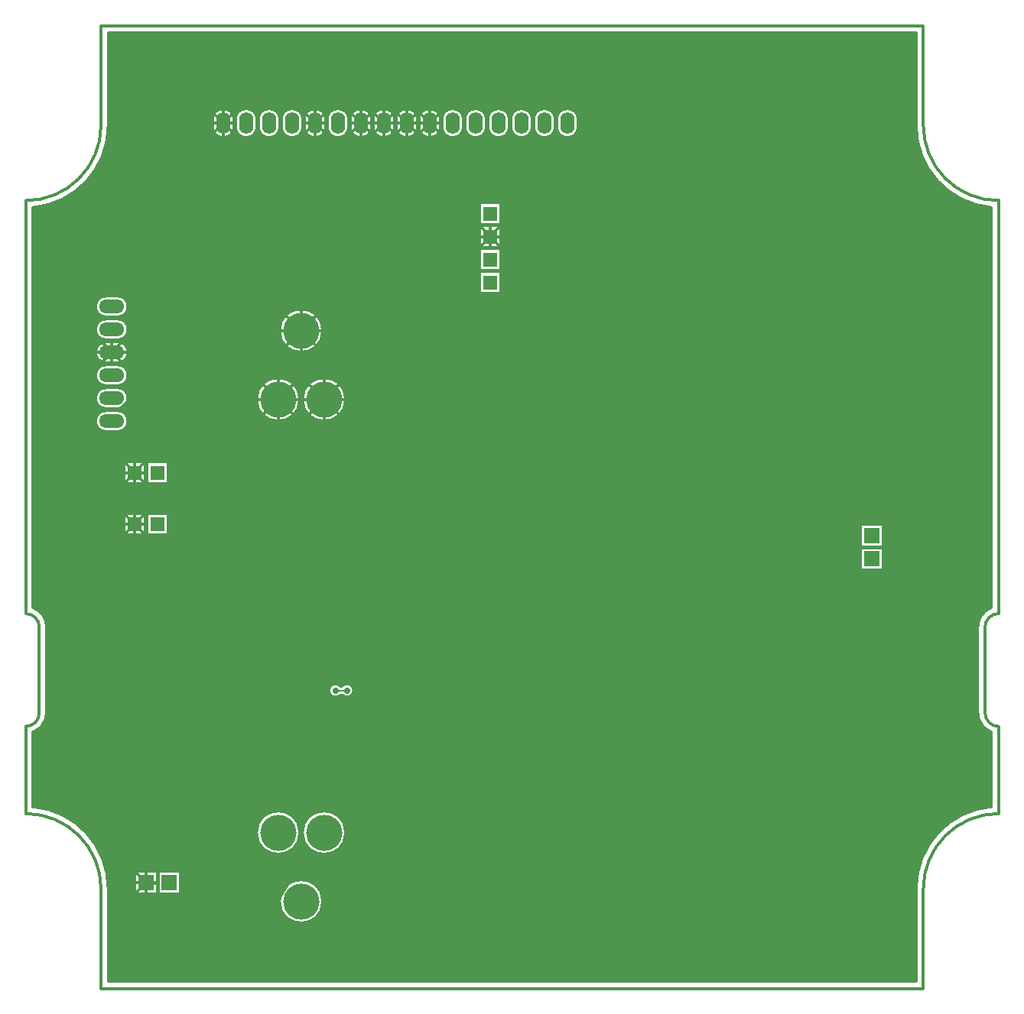
<source format=gbr>
G04 EasyPC Gerber Version 21.0.3 Build 4286 *
G04 #@! TF.Part,Single*
G04 #@! TF.FileFunction,Copper,L1,Top *
G04 #@! TF.FilePolarity,Positive *
%FSLAX35Y35*%
%MOIN*%
G04 #@! TA.AperFunction,ComponentPad*
%ADD26O,0.06299X0.09449*%
%ADD29R,0.06299X0.06299*%
%ADD28R,0.06300X0.06300*%
%ADD25R,0.06800X0.06800*%
G04 #@! TD.AperFunction*
%ADD13C,0.00500*%
%ADD73C,0.00800*%
%ADD10C,0.01200*%
G04 #@! TA.AperFunction,ViaPad*
%ADD72C,0.02800*%
G04 #@! TA.AperFunction,ComponentPad*
%ADD24C,0.15748*%
G04 #@! TA.AperFunction,WasherPad*
%ADD23C,0.21000*%
%ADD22C,0.27600*%
G04 #@! TA.AperFunction,ComponentPad*
%ADD27O,0.11000X0.06000*%
X0Y0D02*
D02*
D10*
X3800Y114909D02*
Y85698D01*
X38100*
Y120698*
X9285*
G75*
G02X3800Y114909I-8685J2736*
G01*
G36*
Y85698*
X38100*
Y120698*
X9285*
G75*
G02X3800Y114909I-8685J2736*
G01*
G37*
Y230698D02*
Y195698D01*
X38100*
Y230698*
X3800*
G36*
Y195698*
X38100*
Y230698*
X3800*
G37*
Y340698D02*
Y305698D01*
X38100*
Y340698*
X3800*
G36*
Y305698*
X38100*
Y340698*
X3800*
G37*
X33200Y280698D02*
X31002D01*
X35561Y278159D02*
X33848Y276446D01*
X35561Y283237D02*
X33848Y284950D01*
X38100Y278298D02*
Y276100D01*
Y283098D02*
Y285296D01*
X40639Y278159D02*
X42352Y276446D01*
X40639Y283237D02*
X42352Y284950D01*
X43000Y280698D02*
X45198D01*
X45374Y202972D02*
X43350Y200948D01*
X45374Y208424D02*
X43350Y210448D01*
X45374Y225472D02*
X43350Y223448D01*
X45374Y230924D02*
X43350Y232948D01*
X45550Y205698D02*
X43350D01*
X45550Y228198D02*
X43350D01*
X48100Y203148D02*
Y200948D01*
Y208248D02*
Y210448D01*
Y225648D02*
Y223448D01*
Y230748D02*
Y232948D01*
Y300698D02*
Y265698D01*
X83100*
Y300698*
X48100*
G36*
Y265698*
X83100*
Y300698*
X48100*
G37*
Y419998D02*
Y388198D01*
X83100*
Y419998*
X48100*
G36*
Y388198*
X83100*
Y419998*
X48100*
G37*
X50124Y46356D02*
X48100Y44332D01*
X50124Y52307D02*
X48100Y54332D01*
X50300Y49332D02*
X48100D01*
X50650Y205698D02*
X52850D01*
X50650Y228198D02*
X52850D01*
X50826Y202972D02*
X52850Y200948D01*
X50826Y208424D02*
X52850Y210448D01*
X50826Y225472D02*
X52850Y223448D01*
X50826Y230924D02*
X52850Y232948D01*
X51770Y405481D02*
X49570D01*
X53100Y46532D02*
Y44332D01*
Y52132D02*
Y54332D01*
X55636Y396147D02*
X54081Y394592D01*
X55636Y414815D02*
X54081Y416370D01*
X64970Y392281D02*
Y390081D01*
X74304Y396147D02*
X75859Y394592D01*
X74304Y414815D02*
X75859Y416370D01*
X78170Y405481D02*
X80370D01*
X84120Y380698D02*
X81919D01*
X84224Y378252D02*
X82617Y376645D01*
X84224Y383144D02*
X82617Y384752D01*
X86670Y376574D02*
Y374373D01*
Y384822D02*
Y387023D01*
X89117Y378252D02*
X90722Y376646D01*
X89117Y383144D02*
X90722Y384750D01*
X89220Y380698D02*
X91419D01*
X103326Y260186D02*
X101126D01*
X105457Y255043D02*
X103901Y253487D01*
X105457Y265330D02*
X103901Y266885D01*
X110600Y252912D02*
Y250712D01*
Y267460D02*
Y269660D01*
X113326Y290186D02*
X111126D01*
X115457Y285043D02*
X113901Y283487D01*
X115457Y295330D02*
X113901Y296885D01*
X115743Y255043D02*
X117299Y253487D01*
X115743Y265330D02*
X117299Y266885D01*
X117874Y260186D02*
X120074D01*
X120600Y282912D02*
Y280712D01*
Y297460D02*
Y299660D01*
X123326Y260186D02*
X121126D01*
X124120Y380698D02*
X121919D01*
X124224Y378252D02*
X122617Y376645D01*
X124224Y383144D02*
X122617Y384752D01*
X125457Y255043D02*
X123901Y253487D01*
X125457Y265330D02*
X123901Y266885D01*
X125743Y285043D02*
X127299Y283487D01*
X125743Y295330D02*
X127299Y296885D01*
X126670Y376574D02*
Y374373D01*
Y384822D02*
Y387023D01*
X127874Y290186D02*
X130074D01*
X129117Y378252D02*
X130722Y376646D01*
X129117Y383144D02*
X130722Y384750D01*
X129220Y380698D02*
X131419D01*
X130600Y252912D02*
Y250712D01*
Y267460D02*
Y269660D01*
X135743Y255043D02*
X137299Y253487D01*
X135743Y265330D02*
X137299Y266885D01*
X137874Y260186D02*
X140074D01*
X144120Y380698D02*
X141919D01*
X144224Y378252D02*
X142617Y376645D01*
X144224Y383144D02*
X142617Y384752D01*
X146670Y376574D02*
Y374373D01*
Y384822D02*
Y387023D01*
X149117Y378252D02*
X150722Y376646D01*
X149117Y383144D02*
X150722Y384750D01*
X149220Y380698D02*
X151419D01*
X154120D02*
X151919D01*
X154224Y378252D02*
X152617Y376645D01*
X154224Y383144D02*
X152617Y384752D01*
X156670Y376574D02*
Y374373D01*
Y384822D02*
Y387023D01*
X159117Y378252D02*
X160722Y376646D01*
X159117Y383144D02*
X160722Y384750D01*
X159220Y380698D02*
X161419D01*
X164120D02*
X161919D01*
X164224Y378252D02*
X162617Y376645D01*
X164224Y383144D02*
X162617Y384752D01*
X166670Y376574D02*
Y374373D01*
Y384822D02*
Y387023D01*
X169117Y378252D02*
X170722Y376646D01*
X169117Y383144D02*
X170722Y384750D01*
X169220Y380698D02*
X171419D01*
X174120D02*
X171919D01*
X174224Y378252D02*
X172617Y376645D01*
X174224Y383144D02*
X172617Y384752D01*
X176670Y376574D02*
Y374373D01*
Y384822D02*
Y387023D01*
X179117Y378252D02*
X180722Y376646D01*
X179117Y383144D02*
X180722Y384750D01*
X179220Y380698D02*
X181419D01*
X190600Y255698D02*
Y140698D01*
X228100*
Y255698*
X190600*
G36*
Y140698*
X228100*
Y255698*
X190600*
G37*
X195600Y38198D02*
Y6398D01*
X230600*
Y38198*
X195600*
G36*
Y6398*
X230600*
Y38198*
X195600*
G37*
Y419998D02*
Y388198D01*
X230600*
Y419998*
X195600*
G36*
Y388198*
X230600*
Y419998*
X195600*
G37*
X200375Y328473D02*
X198352Y326450D01*
X200375Y333923D02*
X198352Y335946D01*
X200550Y331198D02*
X198352D01*
X202708Y16348D02*
X200508D01*
X202708Y410048D02*
X200508D01*
X203100Y328648D02*
Y326450D01*
Y333748D02*
Y335946D01*
X205607Y9348D02*
X204052Y7792D01*
X205607Y23348D02*
X204052Y24904D01*
X205607Y403048D02*
X204052Y401492D01*
X205607Y417048D02*
X204052Y418604D01*
X205650Y331198D02*
X207848D01*
X205825Y328473D02*
X207848Y326450D01*
X205825Y333923D02*
X207848Y335946D01*
X212608Y26248D02*
Y28448D01*
Y400148D02*
Y397948D01*
X219608Y9348D02*
X221164Y7792D01*
X219608Y23348D02*
X221164Y24904D01*
X219608Y403048D02*
X221164Y401492D01*
X219608Y417048D02*
X221164Y418604D01*
X222508Y16348D02*
X224708D01*
X222508Y410048D02*
X224708D01*
X343100Y300698D02*
Y265698D01*
X378100*
Y300698*
X343100*
G36*
Y265698*
X378100*
Y300698*
X343100*
G37*
Y419998D02*
Y388198D01*
X378100*
Y419998*
X343100*
G36*
Y388198*
X378100*
Y419998*
X343100*
G37*
X347046Y405481D02*
X344846D01*
X350912Y396147D02*
X349357Y394592D01*
X350912Y414815D02*
X349357Y416370D01*
X360246Y392281D02*
Y390081D01*
X369580Y396147D02*
X371135Y394592D01*
X369580Y414815D02*
X371135Y416370D01*
X373446Y405481D02*
X375646D01*
X388100Y120698D02*
Y85698D01*
X421416*
Y114909*
G75*
G02X415931Y120698I3200J8525*
G01*
X388100*
G36*
Y85698*
X421416*
Y114909*
G75*
G02X415931Y120698I3200J8525*
G01*
X388100*
G37*
Y230698D02*
Y195698D01*
X421416*
Y230698*
X388100*
G36*
Y195698*
X421416*
Y230698*
X388100*
G37*
Y340698D02*
Y305698D01*
X421416*
Y340698*
X388100*
G36*
Y305698*
X421416*
Y340698*
X388100*
G37*
X418710Y123434D02*
Y160835D01*
G75*
G02X424616Y166741I5906*
G01*
Y346899*
G75*
G02X391820Y379694J32795*
G01*
Y423198*
X33395*
X33395Y379694*
G75*
G02X600Y346898I-32795*
G01*
Y166741*
G75*
G02X6506Y160836J-5906*
G01*
Y123434*
G75*
G02X600Y117529I-5906*
G01*
Y79497*
G75*
G02X33395Y46702J-32795*
G01*
Y3198*
X391820*
Y46702*
G75*
G02X424616Y79497I32795*
G01*
Y117529*
G75*
G02X418710Y123434J5905*
G01*
X421416Y343841D02*
G75*
G02X388620Y379694I3201J35854D01*
G01*
Y419998*
X365386*
G75*
G02X375646Y405481I-5140J-14517*
G01*
G75*
G02X344846I-15400*
G01*
G75*
G02X355106Y419998I15400J0*
G01*
X219493*
G75*
G02X224708Y410048I-6885J-9950*
G01*
G75*
G02X200508I-12100*
G01*
G75*
G02X205722Y419998I12100*
G01*
X70110*
G75*
G02X80370Y405481I-5140J-14517*
G01*
G75*
G02X49570I-15400*
G01*
G75*
G02X59830Y419998I15400J0*
G01*
X36595*
Y379694*
G75*
G02X3800Y343841I-35996J0*
G01*
Y340698*
X38100*
Y305698*
X3800*
Y230698*
X38100*
Y195698*
X3800*
Y169361*
G75*
G02X9706Y160836I-3200J-8525*
G01*
Y123434*
G75*
G02X9285Y120698I-9106J0*
G01*
X38100*
Y85698*
X3800*
Y82555*
G75*
G02X36595Y46702I-3200J-35853*
G01*
Y6398*
X205722*
G75*
G02X200508Y16348I6885J9950*
G01*
G75*
G02X224708I12100*
G01*
G75*
G02X219493Y6398I-12100*
G01*
X388620*
Y46702*
G75*
G02X421416Y82554I35996J0*
G01*
Y85698*
X388100*
Y120698*
X415931*
G75*
G02X415510Y123433I8685J2736*
G01*
Y160835*
G75*
G02X421416Y169360I9106*
G01*
Y195698*
X388100*
Y230698*
X421416*
Y305698*
X388100*
Y340698*
X421416*
Y343841*
X231919Y382273D02*
G75*
G02X241419I4750D01*
G01*
Y379123*
G75*
G02X231919I-4750*
G01*
Y382273*
X343100Y300698D02*
X378100D01*
Y265698*
X343100*
Y300698*
X375600Y196448D02*
G75*
G02X375850Y196198J-250D01*
G01*
Y195147*
G75*
G02X375600Y194897I-250*
G01*
X374466*
Y185698*
X364466*
Y194897*
X363100*
G75*
G02X362850Y195147J250*
G01*
Y196198*
G75*
G02X363100Y196448I250*
G01*
X364466*
Y205698*
X374466*
Y196448*
X375600*
X201919Y382273D02*
G75*
G02X211419I4750D01*
G01*
Y379123*
G75*
G02X201919I-4750*
G01*
Y382273*
X211919D02*
G75*
G02X221419I4750D01*
G01*
Y379123*
G75*
G02X211919I-4750*
G01*
Y382273*
X221919D02*
G75*
G02X231419I4750D01*
G01*
Y379123*
G75*
G02X221919I-4750*
G01*
Y382273*
X81919D02*
G75*
G02X91419I4750D01*
G01*
Y379123*
G75*
G02X81919I-4750*
G01*
Y382273*
X91919D02*
G75*
G02X101419I4750D01*
G01*
Y379123*
G75*
G02X91919I-4750*
G01*
Y382273*
X101126Y71210D02*
G75*
G02X120074I9474D01*
G01*
G75*
G02X101126I-9474*
G01*
X111126Y41210D02*
G75*
G02X130074I9474D01*
G01*
G75*
G02X111126I-9474*
G01*
X101126Y260186D02*
G75*
G02X120074I9474D01*
G01*
G75*
G02X101126I-9474*
G01*
X101919Y382273D02*
G75*
G02X111419I4750D01*
G01*
Y379123*
G75*
G02X101919I-4750*
G01*
Y382273*
X111126Y290186D02*
G75*
G02X130074I9474D01*
G01*
G75*
G02X111126I-9474*
G01*
X121126Y71210D02*
G75*
G02X140074I9474D01*
G01*
G75*
G02X121126I-9474*
G01*
Y260186D02*
G75*
G02X140074I9474D01*
G01*
G75*
G02X121126I-9474*
G01*
X138364Y135198D02*
G75*
G02X143600Y133198I2236J-2000D01*
G01*
G75*
G02X138364Y131198I-3000*
G01*
X137836*
G75*
G02X132600Y133198I-2236J2000*
G01*
G75*
G02X137836Y135198I3000*
G01*
X138364*
X111919Y382273D02*
G75*
G02X121419I4750D01*
G01*
Y379123*
G75*
G02X111919I-4750*
G01*
Y382273*
X121919D02*
G75*
G02X131419I4750D01*
G01*
Y379123*
G75*
G02X121919I-4750*
G01*
Y382273*
X131919D02*
G75*
G02X141419I4750D01*
G01*
Y379123*
G75*
G02X131919I-4750*
G01*
Y382273*
X141919D02*
G75*
G02X151419I4750D01*
G01*
Y379123*
G75*
G02X141919I-4750*
G01*
Y382273*
X151919D02*
G75*
G02X161419I4750D01*
G01*
Y379123*
G75*
G02X151919I-4750*
G01*
Y382273*
X161919D02*
G75*
G02X171419I4750D01*
G01*
Y379123*
G75*
G02X161919I-4750*
G01*
Y382273*
X171919D02*
G75*
G02X181419I4750D01*
G01*
Y379123*
G75*
G02X171919I-4750*
G01*
Y382273*
X181919D02*
G75*
G02X191419I4750D01*
G01*
Y379123*
G75*
G02X181919I-4750*
G01*
Y382273*
X190600Y255698D02*
X228100D01*
Y140698*
X190600*
Y255698*
X191919Y382273D02*
G75*
G02X201419I4750D01*
G01*
Y379123*
G75*
G02X191919I-4750*
G01*
Y382273*
X198352Y315946D02*
X207848D01*
Y306450*
X198352*
Y315946*
Y325946D02*
X207848D01*
Y316450*
X198352*
Y325946*
Y335946D02*
X207848D01*
Y326450*
X198352*
Y335946*
Y345946D02*
X207848D01*
Y336450*
X198352*
Y345946*
X48100Y300698D02*
X83100D01*
Y265698*
X48100*
Y300698*
X53350Y210448D02*
X62850D01*
Y200948*
X53350*
Y210448*
Y232948D02*
X62850D01*
Y223448*
X53350*
Y232948*
X40600Y255296D02*
G75*
G02Y246100J-4598D01*
G01*
X35600*
G75*
G02Y255296J4598*
G01*
X40600*
X43350Y210448D02*
X52850D01*
Y200948*
X43350*
Y210448*
X58850Y54332D02*
X68100D01*
Y44332*
X58850*
Y43198*
G75*
G02X58600Y42948I-250*
G01*
X57549*
G75*
G02X57299Y43198J250*
G01*
Y44332*
X48100*
Y54332*
X57299*
Y55698*
G75*
G02X57549Y55948I250*
G01*
X58600*
G75*
G02X58850Y55698J-250*
G01*
Y54332*
X43350Y232948D02*
X52850D01*
Y223448*
X43350*
Y232948*
X40600Y265296D02*
G75*
G02Y256100J-4598D01*
G01*
X35600*
G75*
G02Y265296J4598*
G01*
X40600*
Y275296D02*
G75*
G02Y266100J-4598D01*
G01*
X35600*
G75*
G02Y275296J4598*
G01*
X40600*
Y285296D02*
G75*
G02Y276100J-4598D01*
G01*
X35600*
G75*
G02Y285296J4598*
G01*
X40600*
Y295296D02*
G75*
G02Y286100J-4598D01*
G01*
X35600*
G75*
G02Y295296J4598*
G01*
X40600*
Y305296D02*
G75*
G02Y296100J-4598D01*
G01*
X35600*
G75*
G02Y305296J4598*
G01*
X40600*
X388620Y41210D02*
G36*
X130074D01*
G75*
G02X111126I-9474*
G01*
X36595*
Y6998*
X204928*
G75*
G02X200508Y16348I7681J9350*
G01*
G75*
G02X224708I12100*
G01*
G75*
G02X220288Y6998I-12102J1*
G01*
X388620*
Y41210*
G37*
X111126D02*
G36*
G75*
G02X115921Y49448I9474D01*
G01*
X68100*
Y44332*
X58850*
Y43198*
G75*
G02X58600Y42948I-250*
G01*
X57549*
G75*
G02X57299Y43198J250*
G01*
Y44332*
X48100*
Y49448*
X36490*
G75*
G02X36595Y46702I-35893J-2749*
G01*
Y41210*
X111126*
G37*
X388726Y49448D02*
G36*
X125279D01*
G75*
G02X130074Y41210I-4679J-8238*
G01*
X388620*
Y46702*
G75*
G02X388726Y49448I36003J-3*
G01*
G37*
X398253Y71210D02*
G36*
X140074D01*
G75*
G02X121126I-9474*
G01*
X120074*
G75*
G02X101126I-9474*
G01*
X26963*
G75*
G02X36490Y49448I-26364J-24508*
G01*
X48100*
Y54332*
X57299*
Y55698*
G75*
G02X57549Y55948I250*
G01*
X58600*
G75*
G02X58850Y55698J-250*
G01*
Y54332*
X68100*
Y49448*
X115921*
G75*
G02X125279I4679J-8239*
G01*
X388726*
G75*
G02X398253Y71210I35891J-2747*
G01*
G37*
X415510Y133198D02*
G36*
X143600D01*
G75*
G02X138364Y131198I-3000J0*
G01*
X137836*
G75*
G02X132600Y133198I-2236J2000*
G01*
Y133198*
X9706*
Y123434*
G75*
G02X9285Y120698I-9111J1*
G01*
X38100*
Y85698*
X4400*
Y82496*
G75*
G02X26963Y71210I-3801J-35795*
G01*
X101126*
G75*
G02X120074I9474*
G01*
X121126*
G75*
G02X140074I9474*
G01*
X398253*
G75*
G02X420816Y82496I26363J-24509*
G01*
Y85698*
X388100*
Y120698*
X415931*
G75*
G02X415510Y123433I8685J2736*
G01*
Y133198*
G37*
X420816Y195698D02*
G36*
X388100D01*
X375850*
Y195147*
G75*
G02X375600Y194897I-250*
G01*
X374466*
Y185698*
X364466*
Y194897*
X363100*
G75*
G02X362850Y195147J250*
G01*
Y195698*
X228100*
Y140698*
X190600*
Y195698*
X38100*
X4400*
Y169111*
G75*
G02X9706Y160837I-3799J-8274*
G01*
G75*
G02Y160836I-11279J0*
G01*
Y133198*
X132600*
G75*
G02X137836Y135198I3000J0*
G01*
X138364*
G75*
G02X143600Y133198I2236J-2000*
G01*
Y133198*
X415510*
Y160835*
G75*
G02Y160836I11279J0*
G01*
G75*
G02X420816Y169110I9105*
G01*
Y195698*
G37*
X190600Y205698D02*
G36*
X62850D01*
Y200948*
X53350*
Y205698*
X52850*
Y200948*
X43350*
Y205698*
X38100*
Y195698*
X190600*
Y205698*
G37*
X362850Y195698D02*
G36*
Y196198D01*
G75*
G02X363100Y196448I250*
G01*
X364466*
Y205698*
X228100*
Y195698*
X362850*
G37*
X388100Y205698D02*
G36*
X374466D01*
Y196448*
X375600*
G75*
G02X375850Y196198J-250*
G01*
Y195698*
X388100*
Y205698*
G37*
X190600Y228198D02*
G36*
X62850D01*
Y223448*
X53350*
Y228198*
X52850*
Y223448*
X43350*
Y228198*
X38100*
Y205698*
X43350*
Y210448*
X52850*
Y205698*
X53350*
Y210448*
X62850*
Y205698*
X190600*
Y228198*
G37*
X388100D02*
G36*
X228100D01*
Y205698*
X364466*
X374466*
X388100*
Y228198*
G37*
X190600Y250698D02*
G36*
X45198D01*
G75*
G02X40600Y246100I-4598*
G01*
X35600*
G75*
G02X31002Y250698J4598*
G01*
X4400*
Y230698*
X38100*
Y228198*
X43350*
Y232948*
X52850*
Y228198*
X53350*
Y232948*
X62850*
Y228198*
X190600*
Y250698*
G37*
X420816Y230698D02*
G36*
Y250698D01*
X228100*
Y228198*
X388100*
Y230698*
X420816*
G37*
X45170Y260186D02*
G36*
G75*
G02X40600Y256100I-4570J512D01*
G01*
X35600*
G75*
G02X31030Y260186J4598*
G01*
X4400*
Y250698*
X31002*
G75*
G02X35600Y255296I4598*
G01*
X40600*
G75*
G02X45198Y250698J-4598*
G01*
X190600*
Y255698*
X228100*
Y250698*
X420816*
Y260186*
X140074*
G75*
G02X121126I-9474*
G01*
X120074*
G75*
G02X101126I-9474*
G01*
X45170*
G37*
X378100Y270698D02*
G36*
Y265698D01*
X343100*
Y270698*
X83100*
Y265698*
X48100*
Y270698*
X45198*
G75*
G02X40600Y266100I-4598*
G01*
X35600*
G75*
G02X31002Y270698J4598*
G01*
X4400*
Y260186*
X31030*
G75*
G02X31002Y260698I4570J513*
G01*
G75*
G02X35600Y265296I4598*
G01*
X40600*
G75*
G02X45198Y260698J-4598*
G01*
G75*
G02X45170Y260186I-4599J2*
G01*
X101126*
G75*
G02X120074I9474*
G01*
X121126*
G75*
G02X140074I9474*
G01*
X420816*
Y270698*
X378100*
G37*
X48100Y283198D02*
G36*
X44459D01*
G75*
G02X45198Y280698I-3859J-2500*
G01*
G75*
G02X40600Y276100I-4598*
G01*
X35600*
G75*
G02X31002Y280698J4598*
G01*
G75*
G02X31741Y283198I4598*
G01*
X4400*
Y270698*
X31002*
G75*
G02X35600Y275296I4598*
G01*
X40600*
G75*
G02X45198Y270698J-4598*
G01*
X48100*
Y283198*
G37*
X343100D02*
G36*
X126997D01*
G75*
G02X114203I-6397J6988*
G01*
X83100*
Y270698*
X343100*
Y283198*
G37*
X378100D02*
G36*
Y270698D01*
X420816*
Y283198*
X378100*
G37*
X48100Y290698D02*
G36*
X45198D01*
G75*
G02X40600Y286100I-4598*
G01*
X35600*
G75*
G02X31002Y290698J4598*
G01*
X4400*
Y283198*
X31741*
G75*
G02X35600Y285296I3859J-2500*
G01*
X40600*
G75*
G02X44459Y283198J-4598*
G01*
X48100*
Y290698*
G37*
X111140D02*
G36*
X83100D01*
Y283198*
X114203*
G75*
G02X111126Y290186I6397J6989*
G01*
G75*
G02X111140Y290698I9476J1*
G01*
G37*
X343100D02*
G36*
X130060D01*
G75*
G02X130074Y290186I-9463J-511*
G01*
G75*
G02X126997Y283198I-9474J0*
G01*
X343100*
Y290698*
G37*
X378100D02*
G36*
Y283198D01*
X420816*
Y290698*
X378100*
G37*
X48100Y300698D02*
G36*
X45198D01*
G75*
G02X40600Y296100I-4598*
G01*
X35600*
G75*
G02X31002Y300698J4598*
G01*
X4400*
Y290698*
X31002*
G75*
G02X35600Y295296I4598*
G01*
X40600*
G75*
G02X45198Y290698J-4598*
G01*
X48100*
Y300698*
G37*
X343100D02*
G36*
X83100D01*
Y290698*
X111140*
G75*
G02X130060I9460J-512*
G01*
X343100*
Y300698*
G37*
X378100D02*
G36*
Y290698D01*
X420816*
Y300698*
X378100*
G37*
X388100Y311198D02*
G36*
X207848D01*
Y306450*
X198352*
Y311198*
X38100*
Y305698*
X4400*
Y300698*
X31002*
G75*
G02X35600Y305296I4598*
G01*
X40600*
G75*
G02X45198Y300698J-4598*
G01*
X48100*
X83100*
X343100*
X378100*
X420816*
Y305698*
X388100*
Y311198*
G37*
Y321198D02*
G36*
X207848D01*
Y316450*
X198352*
Y321198*
X38100*
Y311198*
X198352*
Y315946*
X207848*
Y311198*
X388100*
Y321198*
G37*
Y331198D02*
G36*
X207848D01*
Y326450*
X198352*
Y331198*
X38100*
Y321198*
X198352*
Y325946*
X207848*
Y321198*
X388100*
Y331198*
G37*
X420816Y340698D02*
G36*
Y341198D01*
X207848*
Y336450*
X198352*
Y341198*
X4400*
Y340698*
X38100*
Y331198*
X198352*
Y335946*
X207848*
Y331198*
X388100*
Y340698*
X420816*
G37*
X388620Y380698D02*
G36*
X241419D01*
Y379123*
G75*
G02X231919I-4750*
G01*
Y380698*
X231419*
Y379123*
G75*
G02X221919I-4750*
G01*
Y380698*
X221419*
Y379123*
G75*
G02X211919I-4750*
G01*
Y380698*
X211419*
Y379123*
G75*
G02X201919I-4750*
G01*
Y380698*
X201419*
Y379123*
G75*
G02X191919I-4750*
G01*
Y380698*
X191419*
Y379123*
G75*
G02X181919I-4750*
G01*
Y380698*
X181419*
Y379123*
G75*
G02X171919I-4750*
G01*
Y380698*
X171419*
Y379123*
G75*
G02X161919I-4750*
G01*
Y380698*
X161419*
Y379123*
G75*
G02X151919I-4750*
G01*
Y380698*
X151419*
Y379123*
G75*
G02X141919I-4750*
G01*
Y380698*
X141419*
Y379123*
G75*
G02X131919I-4750*
G01*
Y380698*
X131419*
Y379123*
G75*
G02X121919I-4750*
G01*
Y380698*
X121419*
Y379123*
G75*
G02X111919I-4750*
G01*
Y380698*
X111419*
Y379123*
G75*
G02X101919I-4750*
G01*
Y380698*
X101419*
Y379123*
G75*
G02X91919I-4750*
G01*
Y380698*
X91419*
Y379123*
G75*
G02X81919I-4750*
G01*
Y380698*
X36595*
Y379694*
G75*
G02X4400Y343900I-35997J1*
G01*
Y341198*
X198352*
Y345946*
X207848*
Y341198*
X420816*
Y343900*
G75*
G02X388620Y379694I3801J35795*
G01*
Y380698*
G37*
Y419398D02*
G36*
X366840D01*
G75*
G02X375646Y405481I-6594J-13917*
G01*
G75*
G02X344846I-15400*
G01*
G75*
G02X353652Y419398I15400J0*
G01*
X220288*
G75*
G02X224708Y410048I-7681J-9350*
G01*
G75*
G02X200508I-12100*
G01*
G75*
G02X204928Y419398I12102J-1*
G01*
X71564*
G75*
G02X80370Y405481I-6594J-13917*
G01*
G75*
G02X49570I-15400*
G01*
G75*
G02X58376Y419398I15400J0*
G01*
X36595*
Y380698*
X81919*
Y382273*
G75*
G02X91419I4750*
G01*
Y380698*
X91919*
Y382273*
G75*
G02X101419I4750*
G01*
Y380698*
X101919*
Y382273*
G75*
G02X111419I4750*
G01*
Y380698*
X111919*
Y382273*
G75*
G02X121419I4750*
G01*
Y380698*
X121919*
Y382273*
G75*
G02X131419I4750*
G01*
Y380698*
X131919*
Y382273*
G75*
G02X141419I4750*
G01*
Y380698*
X141919*
Y382273*
G75*
G02X151419I4750*
G01*
Y380698*
X151919*
Y382273*
G75*
G02X161419I4750*
G01*
Y380698*
X161919*
Y382273*
G75*
G02X171419I4750*
G01*
Y380698*
X171919*
Y382273*
G75*
G02X181419I4750*
G01*
Y380698*
X181919*
Y382273*
G75*
G02X191419I4750*
G01*
Y380698*
X191919*
Y382273*
G75*
G02X201419I4750*
G01*
Y380698*
X201919*
Y382273*
G75*
G02X211419I4750*
G01*
Y380698*
X211919*
Y382273*
G75*
G02X221419I4750*
G01*
Y380698*
X221919*
Y382273*
G75*
G02X231419I4750*
G01*
Y380698*
X231919*
Y382273*
G75*
G02X241419I4750*
G01*
Y380698*
X388620*
Y419398*
G37*
D02*
D13*
X55600Y49898D02*
X58100D01*
Y48848*
X55600*
Y49898*
G36*
X58100*
Y48848*
X55600*
Y49898*
G37*
X57550Y43198D02*
Y55698D01*
X58600*
Y43198*
X57550*
G36*
Y55698*
X58600*
Y43198*
X57550*
G37*
X363100Y196198D02*
X375600D01*
Y195148*
X363100*
Y196198*
G36*
X375600*
Y195148*
X363100*
Y196198*
G37*
D02*
D22*
X19694Y102962D03*
Y213198D03*
Y323434D03*
X64970Y283434D03*
Y405481D03*
X209445Y158080D03*
Y197450D03*
Y236820D03*
X360246Y283434D03*
Y405481D03*
X405521Y102962D03*
Y213198D03*
Y323434D03*
D02*
D23*
X212608Y16348D03*
Y410048D03*
D02*
D24*
X110600Y71210D03*
Y260186D03*
X120600Y41210D03*
Y290186D03*
X130600Y71210D03*
Y260186D03*
D02*
D25*
X53100Y49332D03*
X63100D03*
X369466Y190698D03*
Y200698D03*
D02*
D26*
X86670Y380698D03*
X96670D03*
X106670D03*
X116670D03*
X126670D03*
X136670D03*
X146670D03*
X156670D03*
X166670D03*
X176670D03*
X186670D03*
X196670D03*
X206670D03*
X216670D03*
X226670D03*
X236670D03*
D02*
D27*
X38100Y250698D03*
Y260698D03*
Y270698D03*
Y280698D03*
Y290698D03*
Y300698D03*
D02*
D28*
X48100Y205698D03*
Y228198D03*
X58100Y205698D03*
Y228198D03*
D02*
D29*
X203100Y311198D03*
Y321198D03*
Y331198D03*
Y341198D03*
D02*
D72*
X28100Y276198D03*
X32300Y285598D03*
X48350Y59098D03*
Y63598D03*
X48600Y108198D03*
Y115651D03*
Y123198D03*
X53100Y56198D03*
Y103448D03*
X61100Y88448D03*
X61860Y83033D03*
X69250Y102008D03*
X70488Y115698D03*
X73550Y102008D03*
X77150Y107158D03*
X78100Y120651D03*
X79300Y110745D03*
X83285Y79261D03*
X86860Y83033D03*
X88600Y187598D03*
Y191098D03*
X90600Y385989D03*
Y395407D03*
X92150Y50698D03*
X92170Y370698D03*
X97300Y45548D03*
Y55848D03*
X101250Y375198D03*
X102450Y50698D03*
X107600Y108198D03*
Y123198D03*
Y174598D03*
Y178698D03*
X118100Y203198D03*
Y208198D03*
X120000Y145698D03*
Y150073D03*
Y154448D03*
X122175Y217798D03*
X123100Y203198D03*
Y208198D03*
X124250Y194249D03*
X129850Y159948D03*
X130600Y138498D03*
Y143198D03*
X134350Y178249D03*
X135600Y133198D03*
X135663Y230698D03*
X138100Y170198D03*
X138175Y181948D03*
Y187598D03*
Y191548D03*
X140413Y237698D03*
X140600Y133198D03*
X143147Y248198D03*
X145163Y230698D03*
X146154Y143737D03*
X146328Y243737D03*
X148100Y83033D03*
X148646Y146229D03*
X149872Y243737D03*
X151037Y230698D03*
X153053Y248198D03*
X155787Y237698D03*
X156100Y115698D03*
X156250Y133198D03*
X160537Y230698D03*
X160600Y138348D03*
X165950Y88848D03*
X166350Y84448D03*
X166550Y135698D03*
X170246Y89448D03*
X179300Y83398D03*
X184439Y119505D03*
X187324Y124359D03*
X192150Y135698D03*
X196850Y128048D03*
X202450Y133198D03*
X210600Y335698D03*
X215350Y328198D03*
X224355Y369648D03*
X231505Y371848D03*
X232250Y386098D03*
Y395298D03*
X236170Y353448D03*
X241170Y358198D03*
Y390698D03*
X242350Y194448D03*
X247350Y199198D03*
X251850D03*
X269010Y192194D03*
Y197194D03*
Y202194D03*
X273600Y185698D03*
Y189694D03*
X274160Y207448D03*
X287360Y174544D03*
X291100Y174190D03*
X294084Y176241D03*
X308260Y207448D03*
X308600Y185698D03*
Y189694D03*
X313410Y192194D03*
Y197194D03*
Y202194D03*
D02*
D73*
X135600Y133198D02*
X140600D01*
X0Y0D02*
M02*

</source>
